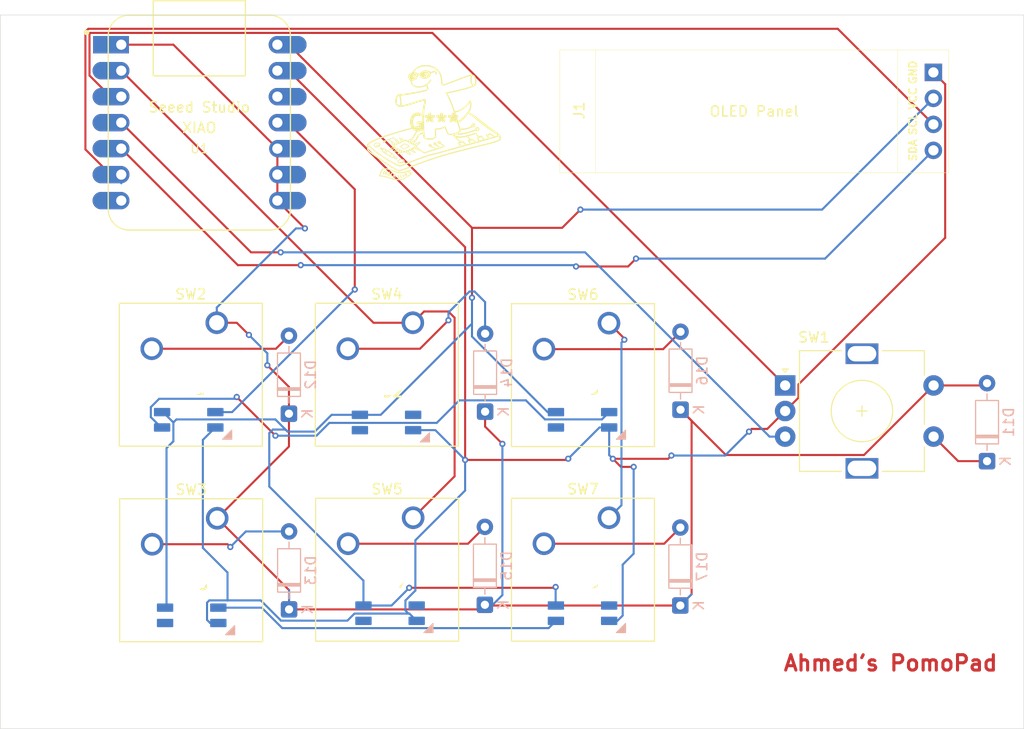
<source format=kicad_pcb>
(kicad_pcb (version 20241229) (generator "pcbnew") (generator_version "9.0")
  (layers (0 "F.Cu" signal) (2 "B.Cu" signal) (13 "F.Paste" user) (15 "B.Paste" user) (5 "F.SilkS" user "F.Silkscreen") (7 "B.SilkS" user "B.Silkscreen") (1 "F.Mask" user) (3 "B.Mask" user) (25 "Edge.Cuts" user))
  (net 0 "")
  (net 1 "GND")
  (net 2 "+5V")
  (net 3 "C0")
  (net 4 "Net-(D12-A)")
  (net 5 "B")
  (net 6 "A")
  (net 7 "C1")
  (net 8 "C2")
  (net 9 "SDA")
  (net 10 "SCL")
  (net 11 "C3")
  (net 13 "Net-(D11-K)")
  (net 14 "Net-(D13-A)")
  (net 15 "Net-(D14-A)")
  (net 16 "Net-(D15-A)")
  (net 17 "Net-(D16-A)")
  (net 18 "Net-(D17-A)")
  (net 19 "LED")
  (net 20 "Net-(D1-DOUT)")
  (net 21 "Net-(D2-DIN)")
  (net 22 "Net-(D2-DOUT)")
  (net 23 "Net-(D3-DOUT)")
  (net 24 "Net-(D4-DOUT)")
  (net 25 "Net-(D5-DOUT)")
  (net 26 "Net-(D6-DOUT)")
  (net 27 "Net-(D7-DOUT)")
  (net 28 "Net-(D10-DIN)")
  (footprint "Button_Switch_Keyboard:SW_Cherry_MX_1.00u_PCB" (layer "F.Cu") (at 98.52 163.92)
    (property "Reference" "SW7" (at -2.54 -2.794 0) (layer "F.SilkS"))
    (property "Value" "SW_Push")
    (pad "" np_thru_hole circle (at -7.62 5.08) (size 1.7 1.7) (drill 1.7) (layers "*.Cu" "*.Mask"))
    (pad "" np_thru_hole circle (at -2.54 5.08) (size 4 4) (drill 4) (layers "*.Cu" "*.Mask"))
    (pad "" np_thru_hole circle (at 2.54 5.08) (size 1.7 1.7) (drill 1.7) (layers "*.Cu" "*.Mask"))
    (pad "1" thru_hole circle (at 0 0) (size 2.2 2.2) (drill 1.5) (layers "*.Cu" "*.Mask") (net 8 "C2"))
    (pad "2" thru_hole circle (at -6.35 2.54) (size 2.2 2.2) (drill 1.5) (layers "*.Cu" "*.Mask") (net 18 "Net-(D17-A)"))
  )
  (footprint "footprints:SK6812MINI-E_fixed" (layer "F.Cu") (at 57.47 154.45)
    (property "Reference" "D1" (at 0.6 -3.1 0) (layer "F.SilkS") (effects (font (thickness 0.2) (bold yes))))
    (property "Value" "SK6812MINI-E")
    (pad "1" smd roundrect (at -2.599999 -0.852842 270) (size 0.82 1.6) (layers "B.Cu" "B.Mask" "B.Paste") (roundrect_rratio 0.1) (net 2 "+5V"))
    (pad "2" smd roundrect (at -2.599999 0.647158 270) (size 0.82 1.6) (layers "B.Cu" "B.Mask" "B.Paste") (roundrect_rratio 0.1) (net 20 "Net-(D1-DOUT)"))
    (pad "3" smd roundrect (at 2.600001 0.647158 270) (size 0.82 1.6) (layers "B.Cu" "B.Mask" "B.Paste") (roundrect_rratio 0.1) (net 1 "GND"))
    (pad "4" smd roundrect (at 2.600001 -0.852842 270) (size 0.82 1.6) (layers "B.Cu" "B.Mask" "B.Paste") (roundrect_rratio 0.1) (net 19 "LED"))
  )
  (footprint "footprints:SK6812MINI-E_fixed" (layer "F.Cu") (at 76.789999 154.712842)
    (property "Reference" "D2" (at 0.6 -3.1 0) (layer "F.SilkS") (effects (font (thickness 0.2) (bold yes))))
    (property "Value" "SK6812MINI-E")
    (pad "1" smd roundrect (at -2.599999 -0.852842 270) (size 0.82 1.6) (layers "B.Cu" "B.Mask" "B.Paste") (roundrect_rratio 0.1) (net 2 "+5V"))
    (pad "2" smd roundrect (at -2.599999 0.647158 270) (size 0.82 1.6) (layers "B.Cu" "B.Mask" "B.Paste") (roundrect_rratio 0.1) (net 22 "Net-(D2-DOUT)"))
    (pad "3" smd roundrect (at 2.600001 0.647158 270) (size 0.82 1.6) (layers "B.Cu" "B.Mask" "B.Paste") (roundrect_rratio 0.1) (net 1 "GND"))
    (pad "4" smd roundrect (at 2.600001 -0.852842 270) (size 0.82 1.6) (layers "B.Cu" "B.Mask" "B.Paste") (roundrect_rratio 0.1) (net 21 "Net-(D2-DIN)"))
  )
  (footprint "footprints:SK6812MINI-E_fixed" (layer "F.Cu") (at 57.759999 173.562842)
    (property "Reference" "D8" (at 0.6 -3.1 0) (layer "F.SilkS") (effects (font (thickness 0.2) (bold yes))))
    (property "Value" "SK6812MINI-E")
    (pad "1" smd roundrect (at -2.599999 -0.852842 270) (size 0.82 1.6) (layers "B.Cu" "B.Mask" "B.Paste") (roundrect_rratio 0.1) (net 2 "+5V"))
    (pad "2" smd roundrect (at -2.599999 0.647158 270) (size 0.82 1.6) (layers "B.Cu" "B.Mask" "B.Paste") (roundrect_rratio 0.1) (net 28 "Net-(D10-DIN)"))
    (pad "3" smd roundrect (at 2.600001 0.647158 270) (size 0.82 1.6) (layers "B.Cu" "B.Mask" "B.Paste") (roundrect_rratio 0.1) (net 1 "GND"))
    (pad "4" smd roundrect (at 2.600001 -0.852842 270) (size 0.82 1.6) (layers "B.Cu" "B.Mask" "B.Paste") (roundrect_rratio 0.1) (net 26 "Net-(D6-DOUT)"))
  )
  (footprint "Button_Switch_Keyboard:SW_Cherry_MX_1.00u_PCB" (layer "F.Cu") (at 98.52 144.9)
    (property "Reference" "SW6" (at -2.54 -2.794 0) (layer "F.SilkS"))
    (property "Value" "SW_Push")
    (pad "" np_thru_hole circle (at -7.62 5.08) (size 1.7 1.7) (drill 1.7) (layers "*.Cu" "*.Mask"))
    (pad "" np_thru_hole circle (at -2.54 5.08) (size 4 4) (drill 4) (layers "*.Cu" "*.Mask"))
    (pad "" np_thru_hole circle (at 2.54 5.08) (size 1.7 1.7) (drill 1.7) (layers "*.Cu" "*.Mask"))
    (pad "1" thru_hole circle (at 0 0) (size 2.2 2.2) (drill 1.5) (layers "*.Cu" "*.Mask") (net 8 "C2"))
    (pad "2" thru_hole circle (at -6.35 2.54) (size 2.2 2.2) (drill 1.5) (layers "*.Cu" "*.Mask") (net 17 "Net-(D16-A)"))
  )
  (footprint "Button_Switch_Keyboard:SW_Cherry_MX_1.00u_PCB" (layer "F.Cu") (at 79.39 163.92)
    (property "Reference" "SW5" (at -2.54 -2.794 0) (layer "F.SilkS"))
    (property "Value" "SW_Push")
    (pad "" np_thru_hole circle (at -7.62 5.08) (size 1.7 1.7) (drill 1.7) (layers "*.Cu" "*.Mask"))
    (pad "" np_thru_hole circle (at -2.54 5.08) (size 4 4) (drill 4) (layers "*.Cu" "*.Mask"))
    (pad "" np_thru_hole circle (at 2.54 5.08) (size 1.7 1.7) (drill 1.7) (layers "*.Cu" "*.Mask"))
    (pad "1" thru_hole circle (at 0 0) (size 2.2 2.2) (drill 1.5) (layers "*.Cu" "*.Mask") (net 7 "C1"))
    (pad "2" thru_hole circle (at -6.35 2.54) (size 2.2 2.2) (drill 1.5) (layers "*.Cu" "*.Mask") (net 16 "Net-(D15-A)"))
  )
  (footprint "Rotary_Encoder:RotaryEncoder_Alps_EC11E-Switch_Vertical_H20mm" (layer "F.Cu") (at 115.73 150.99)
    (property "Reference" "SW1" (at 2.8 -4.7 0) (layer "F.SilkS"))
    (property "Value" "RotaryEncoder_Switch")
    (pad "A" thru_hole rect (at 0 0) (size 2 2) (drill 1) (layers "*.Cu" "*.Mask") (net 6 "A"))
    (pad "B" thru_hole circle (at 0 5) (size 2 2) (drill 1) (layers "*.Cu" "*.Mask") (net 5 "B"))
    (pad "C" thru_hole circle (at 0 2.5) (size 2 2) (drill 1) (layers "*.Cu" "*.Mask") (net 1 "GND"))
    (pad "MP" thru_hole rect (at 7.5 -3.1) (size 3.2 2) (drill oval 2.8 1.5) (layers "*.Cu" "*.Mask"))
    (pad "MP" thru_hole rect (at 7.5 8.1) (size 3.2 2) (drill oval 2.8 1.5) (layers "*.Cu" "*.Mask"))
    (pad "S1" thru_hole circle (at 14.5 5) (size 2 2) (drill 1) (layers "*.Cu" "*.Mask") (net 13 "Net-(D11-K)"))
    (pad "S2" thru_hole circle (at 14.5 0) (size 2 2) (drill 1) (layers "*.Cu" "*.Mask") (net 3 "C0"))
  )
  (footprint "footprints:SK6812MINI-E_fixed" (layer "F.Cu") (at 77.137499 173.352842)
    (property "Reference" "D7" (at 0.6 -3.1 0) (layer "F.SilkS") (effects (font (thickness 0.2) (bold yes))))
    (property "Value" "SK6812MINI-E")
    (pad "1" smd roundrect (at -2.599999 -0.852842 270) (size 0.82 1.6) (layers "B.Cu" "B.Mask" "B.Paste") (roundrect_rratio 0.1) (net 2 "+5V"))
    (pad "2" smd roundrect (at -2.599999 0.647158 270) (size 0.82 1.6) (layers "B.Cu" "B.Mask" "B.Paste") (roundrect_rratio 0.1) (net 27 "Net-(D7-DOUT)"))
    (pad "3" smd roundrect (at 2.600001 0.647158 270) (size 0.82 1.6) (layers "B.Cu" "B.Mask" "B.Paste") (roundrect_rratio 0.1) (net 1 "GND"))
    (pad "4" smd roundrect (at 2.600001 -0.852842 270) (size 0.82 1.6) (layers "B.Cu" "B.Mask" "B.Paste") (roundrect_rratio 0.1) (net 25 "Net-(D5-DOUT)"))
  )
  (footprint "footprints:XIAO-Generic-Hybrid-14P-2.54-21X17.8MM" (layer "F.Cu") (at 58.505 125.3)
    (property "Reference" "U1" (at 0 2.54 0) (layer "F.SilkS") (effects (font (size 0.889 0.889) (thickness 0.1016))))
    (property "Value" "MOUDLE-SEEEDUINO-XIAO" (hide yes))
    (fp_text user "XIAO" (at 0 0.5 0) (layer "F.SilkS"))
    (fp_text user "Seeed Studio" (at 0 -1.5 0) (layer "F.SilkS"))
    (pad "1" thru_hole rect (at -7.625 -7.62) (size 3.5 1.7) (drill 1 (offset -1 0)) (layers "*.Cu" "*.Mask") (net 3 "C0"))
    (pad "2" thru_hole oval (at -7.625 -5.08) (size 3.6 1.7) (drill 1 (offset -1 0)) (layers "*.Cu" "*.Mask") (net 7 "C1"))
    (pad "3" thru_hole oval (at -7.625 -2.54) (size 3.6 1.7) (drill 1 (offset -1 0)) (layers "*.Cu" "*.Mask") (net 6 "A"))
    (pad "4" thru_hole oval (at -7.625 0) (size 3.6 1.7) (drill 1 (offset -1 0)) (layers "*.Cu" "*.Mask") (net 5 "B"))
    (pad "5" thru_hole oval (at -7.625 2.54) (size 3.6 1.7) (drill 1 (offset -1 0)) (layers "*.Cu" "*.Mask") (net 9 "SDA"))
    (pad "6" thru_hole oval (at -7.625 5.08 180) (size 3.6 1.7) (drill 1 (offset 1 0)) (layers "*.Cu" "*.Mask") (net 10 "SCL"))
    (pad "7" thru_hole oval (at -7.625 7.62) (size 3.6 1.7) (drill 1 (offset -1 0)) (layers "*.Cu" "*.Mask") (net 11 "C3"))
    (pad "8" thru_hole oval (at 7.625 7.62) (size 3.6 1.7) (drill 1 (offset 1 0)) (layers "*.Cu" "*.Mask") (net 3 "C0"))
    (pad "9" thru_hole oval (at 7.625 5.08) (size 3.6 1.7) (drill 1 (offset 1 0)) (layers "*.Cu" "*.Mask") (net 3 "C0"))
    (pad "10" thru_hole oval (at 7.625 2.54) (size 3.6 1.7) (drill 1 (offset 1 0)) (layers "*.Cu" "*.Mask") (net 3 "C0"))
    (pad "11" thru_hole oval (at 7.625 0) (size 3.7 1.7) (drill 1 (offset 1 0)) (layers "*.Cu" "*.Mask") (net 19 "LED"))
    (pad "12" thru_hole oval (at 7.625 -2.54) (size 3.7 1.7) (drill 1 (offset 1 0)) (layers "*.Cu" "*.Mask"))
    (pad "13" thru_hole oval (at 7.625 -5.08) (size 3.7 1.7) (drill 1 (offset 1 0)) (layers "*.Cu" "*.Mask") (net 1 "GND"))
    (pad "14" thru_hole oval (at 7.625 -7.62) (size 3.7 1.7) (drill 1 (offset 1 0)) (layers "*.Cu" "*.Mask") (net 2 "+5V"))
  )
  (footprint "Button_Switch_Keyboard:SW_Cherry_MX_1.00u_PCB" (layer "F.Cu") (at 60.25 163.97)
    (property "Reference" "SW3" (at -2.54 -2.794 0) (layer "F.SilkS"))
    (property "Value" "SW_Push")
    (pad "" np_thru_hole circle (at -7.62 5.08) (size 1.7 1.7) (drill 1.7) (layers "*.Cu" "*.Mask"))
    (pad "" np_thru_hole circle (at -2.54 5.08) (size 4 4) (drill 4) (layers "*.Cu" "*.Mask"))
    (pad "" np_thru_hole circle (at 2.54 5.08) (size 1.7 1.7) (drill 1.7) (layers "*.Cu" "*.Mask"))
    (pad "1" thru_hole circle (at 0 0) (size 2.2 2.2) (drill 1.5) (layers "*.Cu" "*.Mask") (net 3 "C0"))
    (pad "2" thru_hole circle (at -6.35 2.54) (size 2.2 2.2) (drill 1.5) (layers "*.Cu" "*.Mask") (net 14 "Net-(D13-A)"))
  )
  (footprint "footprints:SK6812MINI-E_fixed" (layer "F.Cu") (at 95.937499 173.352842)
    (property "Reference" "D6" (at 0.6 -3.1 0) (layer "F.SilkS") (effects (font (thickness 0.2) (bold yes))))
    (property "Value" "SK6812MINI-E")
    (pad "1" smd roundrect (at -2.599999 -0.852842 270) (size 0.82 1.6) (layers "B.Cu" "B.Mask" "B.Paste") (roundrect_rratio 0.1) (net 2 "+5V"))
    (pad "2" smd roundrect (at -2.599999 0.647158 270) (size 0.82 1.6) (layers "B.Cu" "B.Mask" "B.Paste") (roundrect_rratio 0.1) (net 26 "Net-(D6-DOUT)"))
    (pad "3" smd roundrect (at 2.600001 0.647158 270) (size 0.82 1.6) (layers "B.Cu" "B.Mask" "B.Paste") (roundrect_rratio 0.1) (net 1 "GND"))
    (pad "4" smd roundrect (at 2.600001 -0.852842 270) (size 0.82 1.6) (layers "B.Cu" "B.Mask" "B.Paste") (roundrect_rratio 0.1) (net 24 "Net-(D4-DOUT)"))
  )
  (footprint "Button_Switch_Keyboard:SW_Cherry_MX_1.00u_PCB" (layer "F.Cu") (at 79.36 144.86)
    (property "Reference" "SW4" (at -2.54 -2.794 0) (layer "F.SilkS"))
    (property "Value" "SW_Push")
    (pad "" np_thru_hole circle (at -7.62 5.08) (size 1.7 1.7) (drill 1.7) (layers "*.Cu" "*.Mask"))
    (pad "" np_thru_hole circle (at -2.54 5.08) (size 4 4) (drill 4) (layers "*.Cu" "*.Mask"))
    (pad "" np_thru_hole circle (at 2.54 5.08) (size 1.7 1.7) (drill 1.7) (layers "*.Cu" "*.Mask"))
    (pad "1" thru_hole circle (at 0 0) (size 2.2 2.2) (drill 1.5) (layers "*.Cu" "*.Mask") (net 7 "C1"))
    (pad "2" thru_hole circle (at -6.35 2.54) (size 2.2 2.2) (drill 1.5) (layers "*.Cu" "*.Mask") (net 15 "Net-(D14-A)"))
  )
  (footprint "footprints:SK6812MINI-E_fixed" (layer "F.Cu") (at 95.94 154.45)
    (property "Reference" "D3" (at 0.6 -3.1 0) (layer "F.SilkS") (effects (font (thickness 0.2) (bold yes))))
    (property "Value" "SK6812MINI-E")
    (pad "1" smd roundrect (at -2.599999 -0.852842 270) (size 0.82 1.6) (layers "B.Cu" "B.Mask" "B.Paste") (roundrect_rratio 0.1) (net 2 "+5V"))
    (pad "2" smd roundrect (at -2.599999 0.647158 270) (size 0.82 1.6) (layers "B.Cu" "B.Mask" "B.Paste") (roundrect_rratio 0.1) (net 23 "Net-(D3-DOUT)"))
    (pad "3" smd roundrect (at 2.600001 0.647158 270) (size 0.82 1.6) (layers "B.Cu" "B.Mask" "B.Paste") (roundrect_rratio 0.1) (net 1 "GND"))
    (pad "4" smd roundrect (at 2.600001 -0.852842 270) (size 0.82 1.6) (layers "B.Cu" "B.Mask" "B.Paste") (roundrect_rratio 0.1) (net 20 "Net-(D1-DOUT)"))
  )
  (footprint "skateboard:skateboard3" (layer "F.Cu") (at 81.41 125.3)
    (property "Reference" "G***" (at 0 0 0) (layer "F.SilkS") (effects (font (size 1.5 1.5) (thickness 0.3))))
    (property "Value" "LOGO" (hide yes))
  )
  (footprint "KiCad-SSD1306-0.91-OLED-4pin-128x32.pretty-master:SSD1306-0.91-OLED-4pin-128x32" (layer "F.Cu") (at 93.71 118.2)
    (property "Reference" "J1" (at 1.9 5.91 90) (layer "F.SilkS"))
    (property "Value" "OLED")
    (fp_text user "SCL" (at 34.5 7.27 270) (layer "F.SilkS") (effects (font (size 0.75 0.75))))
    (fp_text user "GND" (at 34.5 2.19 270) (layer "F.SilkS") (effects (font (size 0.75 0.75))))
    (fp_text user "SDA" (at 34.5 9.81 270) (layer "F.SilkS") (effects (font (size 0.75 0.75))))
    (fp_text user "OLED Panel" (at 19 6 0) (layer "F.SilkS"))
    (fp_text user "VCC" (at 34.5 4.73 270) (layer "F.SilkS") (effects (font (size 0.75 0.75))))
    (pad "1" thru_hole rect (at 36.5 2.19) (size 1.7 1.7) (drill 1) (layers "*.Cu" "*.Mask") (net 1 "GND"))
    (pad "2" thru_hole oval (at 36.5 4.73) (size 1.7 1.7) (drill 1) (layers "*.Cu" "*.Mask") (net 2 "+5V"))
    (pad "3" thru_hole oval (at 36.5 7.27) (size 1.7 1.7) (drill 1) (layers "*.Cu" "*.Mask") (net 10 "SCL"))
    (pad "4" thru_hole oval (at 36.5 9.81) (size 1.7 1.7) (drill 1) (layers "*.Cu" "*.Mask") (net 9 "SDA"))
  )
  (footprint "Button_Switch_Keyboard:SW_Cherry_MX_1.00u_PCB" (layer "F.Cu") (at 60.21 144.86)
    (property "Reference" "SW2" (at -2.54 -2.794 0) (layer "F.SilkS"))
    (property "Value" "SW_Push")
    (pad "" np_thru_hole circle (at -7.62 5.08) (size 1.7 1.7) (drill 1.7) (layers "*.Cu" "*.Mask"))
    (pad "" np_thru_hole circle (at -2.54 5.08) (size 4 4) (drill 4) (layers "*.Cu" "*.Mask"))
    (pad "" np_thru_hole circle (at 2.54 5.08) (size 1.7 1.7) (drill 1.7) (layers "*.Cu" "*.Mask"))
    (pad "1" thru_hole circle (at 0 0) (size 2.2 2.2) (drill 1.5) (layers "*.Cu" "*.Mask") (net 3 "C0"))
    (pad "2" thru_hole circle (at -6.35 2.54) (size 2.2 2.2) (drill 1.5) (layers "*.Cu" "*.Mask") (net 4 "Net-(D12-A)"))
  )
  (footprint "Diode_THT:D_DO-35_SOD27_P7.62mm_Horizontal" (layer "B.Cu") (at 67.26 153.75 90)
    (property "Reference" "D12" (at 3.81 2.12 90) (layer "B.SilkS") (effects (justify mirror)))
    (property "Value" "1N914")
    (fp_text user "K" (at 0 1.8 90) (layer "B.SilkS") (effects (justify mirror)))
    (pad "1" thru_hole roundrect (at 0 0 90) (size 1.6 1.6) (drill 0.8) (layers "*.Cu" "*.Mask") (roundrect_rratio 0.15625) (net 3 "C0"))
    (pad "2" thru_hole circle (at 7.62 0 90) (size 1.6 1.6) (drill 0.8) (layers "*.Cu" "*.Mask") (net 4 "Net-(D12-A)"))
  )
  (footprint "Diode_THT:D_DO-35_SOD27_P7.62mm_Horizontal" (layer "B.Cu") (at 86.4 172.43 90)
    (property "Reference" "D15" (at 3.81 2.12 90) (layer "B.SilkS") (effects (justify mirror)))
    (property "Value" "1N914")
    (fp_text user "K" (at 0 1.8 90) (layer "B.SilkS") (effects (justify mirror)))
    (pad "1" thru_hole roundrect (at 0 0 90) (size 1.6 1.6) (drill 0.8) (layers "*.Cu" "*.Mask") (roundrect_rratio 0.15625) (net 3 "C0"))
    (pad "2" thru_hole circle (at 7.62 0 90) (size 1.6 1.6) (drill 0.8) (layers "*.Cu" "*.Mask") (net 16 "Net-(D15-A)"))
  )
  (footprint "Diode_THT:D_DO-35_SOD27_P7.62mm_Horizontal" (layer "B.Cu") (at 105.49 172.5 90)
    (property "Reference" "D17" (at 3.81 2.12 90) (layer "B.SilkS") (effects (justify mirror)))
    (property "Value" "1N914")
    (fp_text user "K" (at 0 1.8 90) (layer "B.SilkS") (effects (justify mirror)))
    (pad "1" thru_hole roundrect (at 0 0 90) (size 1.6 1.6) (drill 0.8) (layers "*.Cu" "*.Mask") (roundrect_rratio 0.15625) (net 3 "C0"))
    (pad "2" thru_hole circle (at 7.62 0 90) (size 1.6 1.6) (drill 0.8) (layers "*.Cu" "*.Mask") (net 18 "Net-(D17-A)"))
  )
  (footprint "Diode_THT:D_DO-35_SOD27_P7.62mm_Horizontal" (layer "B.Cu") (at 105.51 153.36 90)
    (property "Reference" "D16" (at 3.81 2.12 90) (layer "B.SilkS") (effects (justify mirror)))
    (property "Value" "1N914")
    (fp_text user "K" (at 0 1.8 90) (layer "B.SilkS") (effects (justify mirror)))
    (pad "1" thru_hole roundrect (at 0 0 90) (size 1.6 1.6) (drill 0.8) (layers "*.Cu" "*.Mask") (roundrect_rratio 0.15625) (net 3 "C0"))
    (pad "2" thru_hole circle (at 7.62 0 90) (size 1.6 1.6) (drill 0.8) (layers "*.Cu" "*.Mask") (net 17 "Net-(D16-A)"))
  )
  (footprint "Diode_THT:D_DO-35_SOD27_P7.62mm_Horizontal" (layer "B.Cu") (at 86.42 153.55 90)
    (property "Reference" "D14" (at 3.81 2.12 90) (layer "B.SilkS") (effects (justify mirror)))
    (property "Value" "1N914")
    (fp_text user "K" (at 0 1.8 90) (layer "B.SilkS") (effects (justify mirror)))
    (pad "1" thru_hole roundrect (at 0 0 90) (size 1.6 1.6) (drill 0.8) (layers "*.Cu" "*.Mask") (roundrect_rratio 0.15625) (net 3 "C0"))
    (pad "2" thru_hole circle (at 7.62 0 90) (size 1.6 1.6) (drill 0.8) (layers "*.Cu" "*.Mask") (net 15 "Net-(D14-A)"))
  )
  (footprint "Diode_THT:D_DO-35_SOD27_P7.62mm_Horizontal" (layer "B.Cu") (at 67.27 172.88 90)
    (property "Reference" "D13" (at 3.81 2.12 90) (layer "B.SilkS") (effects (justify mirror)))
    (property "Value" "1N914")
    (fp_text user "K" (at 0 1.8 90) (layer "B.SilkS") (effects (justify mirror)))
    (pad "1" thru_hole roundrect (at 0 0 90) (size 1.6 1.6) (drill 0.8) (layers "*.Cu" "*.Mask") (roundrect_rratio 0.15625) (net 3 "C0"))
    (pad "2" thru_hole circle (at 7.62 0 90) (size 1.6 1.6) (drill 0.8) (layers "*.Cu" "*.Mask") (net 14 "Net-(D13-A)"))
  )
  (footprint "Diode_THT:D_DO-35_SOD27_P7.62mm_Horizontal" (layer "B.Cu") (at 135.45 158.39 90)
    (property "Reference" "D11" (at 3.81 2.12 90) (layer "B.SilkS") (effects (justify mirror)))
    (property "Value" "1N914")
    (fp_text user "K" (at 0 1.8 90) (layer "B.SilkS") (effects (justify mirror)))
    (pad "1" thru_hole roundrect (at 0 0 90) (size 1.6 1.6) (drill 0.8) (layers "*.Cu" "*.Mask") (roundrect_rratio 0.15625) (net 13 "Net-(D11-K)"))
    (pad "2" thru_hole circle (at 7.62 0 90) (size 1.6 1.6) (drill 0.8) (layers "*.Cu" "*.Mask") (net 3 "C0"))
  )
  (gr_rect (start 39.06 114.78) (end 139.04 184.54) (stroke (width 0.05)) (fill no) (layer "Edge.Cuts"))
  (gr_text "Ahmed's PomoPad\n" (at 115.44 179.01 0) (layer "F.Cu") (effects (font (size 1.5 1.5) (thickness 0.3) (bold yes)) (justify left bottom)))
  (segment (start 112.46 155.24) (end 113.98 155.24) (width 0.2) (layer "F.Cu") (net 1))
  (segment (start 84.47 158.27) (end 94.42 158.27) (width 0.2) (layer "F.Cu") (net 1))
  (segment (start 131.361 136.557) (end 117.031 150.887) (width 0.2) (layer "F.Cu") (net 1))
  (segment (start 94.42 158.27) (end 94.54 158.15) (width 0.2) (layer "F.Cu") (net 1))
  (segment (start 112.2 155.5) (end 112.46 155.24) (width 0.2) (layer "F.Cu") (net 1))
  (segment (start 99.69 158.95) (end 98.9 158.16) (width 0.2) (layer "F.Cu") (net 1))
  (segment (start 130.21 120.39) (end 131.361 121.541) (width 0.2) (layer "F.Cu") (net 1))
  (segment (start 100.93 158.95) (end 99.69 158.95) (width 0.2) (layer "F.Cu") (net 1))
  (segment (start 131.361 121.541) (end 131.361 136.557) (width 0.2) (layer "F.Cu") (net 1))
  (segment (start 84.47 137.47224) (end 84.47 158.27) (width 0.2) (layer "F.Cu") (net 1))
  (segment (start 67.21776 120.22) (end 84.47 137.47224) (width 0.2) (layer "F.Cu") (net 1))
  (segment (start 98.9 158.16) (end 104.3 158.16) (width 0.2) (layer "F.Cu") (net 1))
  (segment (start 104.3 158.16) (end 104.62 157.84) (width 0.2) (layer "F.Cu") (net 1))
  (segment (start 117.031 150.887) (end 117.031 152.189) (width 0.2) (layer "F.Cu") (net 1))
  (segment (start 117.031 152.189) (end 115.73 153.49) (width 0.2) (layer "F.Cu") (net 1))
  (segment (start 66.13 120.22) (end 67.21776 120.22) (width 0.2) (layer "F.Cu") (net 1))
  (segment (start 113.98 155.24) (end 115.73 153.49) (width 0.2) (layer "F.Cu") (net 1))
  (via (at 94.54 158.15) (size 0.6) (drill 0.3) (layers "F.Cu" "B.Cu") (net 1))
  (via (at 112.2 155.5) (size 0.6) (drill 0.3) (layers "F.Cu" "B.Cu") (net 1))
  (via (at 104.62 157.84) (size 0.6) (drill 0.3) (layers "F.Cu" "B.Cu") (net 1))
  (via (at 84.47 158.27) (size 0.6) (drill 0.3) (layers "F.Cu" "B.Cu") (net 1))
  (via (at 98.9 158.16) (size 0.6) (drill 0.3) (layers "F.Cu" "B.Cu") (net 1))
  (via (at 100.93 158.95) (size 0.6) (drill 0.3) (layers "F.Cu" "B.Cu") (net 1))
  (segment (start 84.47 161.261314) (end 84.47 158.27) (width 0.2) (layer "B.Cu") (net 1))
  (segment (start 60.36 174.21) (end 59.56 174.21) (width 0.2) (layer "B.Cu") (net 1))
  (segment (start 98.5375 174) (end 99.3375 174) (width 0.2) (layer "B.Cu") (net 1))
  (segment (start 64.50284 171.999) (end 66.48484 173.981) (width 0.2) (layer "B.Cu") (net 1))
  (segment (start 99.859 168.50253) (end 100.93 167.43153) (width 0.2) (layer "B.Cu") (net 1))
  (segment (start 81.56 155.36) (end 79.39 155.36) (width 0.2) (layer "B.Cu") (net 1))
  (segment (start 61.26 171.999) (end 64.50284 171.999) (width 0.2) (layer "B.Cu") (net 1))
  (segment (start 98.540001 157.800001) (end 98.9 158.16) (width 0.2) (layer "B.Cu") (net 1))
  (segment (start 72.966586 173.981) (end 73.658586 173.289) (width 0.2) (layer "B.Cu") (net 1))
  (segment (start 59.259 172.221086) (end 59.481086 171.999) (width 0.2) (layer "B.Cu") (net 1))
  (segment (start 61.26 169.275184) (end 61.26 171.999) (width 0.2) (layer "B.Cu") (net 1))
  (segment (start 58.849 156.318159) (end 58.849 166.864184) (width 0.2) (layer "B.Cu") (net 1))
  (segment (start 100.93 167.43153) (end 100.93 158.95) (width 0.2) (layer "B.Cu") (net 1))
  (segment (start 66.48484 173.981) (end 72.966586 173.981) (width 0.2) (layer "B.Cu") (net 1))
  (segment (start 73.658586 173.289) (end 79.0265 173.289) (width 0.2) (layer "B.Cu") (net 1))
  (segment (start 60.392842 155.097158) (end 60.070001 155.097158) (width 0.2) (layer "B.Cu") (net 1))
  (segment (start 58.849 166.864184) (end 61.26 169.275184) (width 0.2) (layer "B.Cu") (net 1))
  (segment (start 79.0265 173.289) (end 78.936586 173.289) (width 0.2) (layer "B.Cu") (net 1))
  (segment (start 78.936586 173.289) (end 78.6365 172.988914) (width 0.2) (layer "B.Cu") (net 1))
  (segment (start 59.259 173.909) (end 59.259 172.221086) (width 0.2) (layer "B.Cu") (net 1))
  (segment (start 59.481086 171.999) (end 61.26 171.999) (width 0.2) (layer "B.Cu") (net 1))
  (segment (start 60.070001 155.097158) (end 58.849 156.318159) (width 0.2) (layer "B.Cu") (net 1))
  (segment (start 79.61 166.121314) (end 84.47 161.261314) (width 0.2) (layer "B.Cu") (net 1))
  (segment (start 109.86 157.84) (end 112.2 155.5) (width 0.2) (layer "B.Cu") (net 1))
  (segment (start 78.6365 172.011086) (end 79.61 171.037586) (width 0.2) (layer "B.Cu") (net 1))
  (segment (start 79.0265 173.289) (end 79.7375 174) (width 0.2) (layer "B.Cu") (net 1))
  (segment (start 78.6365 172.988914) (end 78.6365 172.011086) (width 0.2) (layer "B.Cu") (net 1))
  (segment (start 97.592842 155.097158) (end 98.540001 155.097158) (width 0.2) (layer "B.Cu") (net 1))
  (segment (start 104.62 157.84) (end 109.86 157.84) (width 0.2) (layer "B.Cu") (net 1))
  (segment (start 84.47 158.27) (end 81.56 155.36) (width 0.2) (layer "B.Cu") (net 1))
  (segment (start 99.859 173.4785) (end 99.859 168.50253) (width 0.2) (layer "B.Cu") (net 1))
  (segment (start 59.56 174.21) (end 59.259 173.909) (width 0.2) (layer "B.Cu") (net 1))
  (segment (start 98.540001 155.097158) (end 98.540001 157.800001) (width 0.2) (layer "B.Cu") (net 1))
  (segment (start 94.54 158.15) (end 97.592842 155.097158) (width 0.2) (layer "B.Cu") (net 1))
  (segment (start 79.61 171.037586) (end 79.61 166.121314) (width 0.2) (layer "B.Cu") (net 1))
  (segment (start 99.3375 174) (end 99.859 173.4785) (width 0.2) (layer "B.Cu") (net 1))
  (segment (start 66.13 117.68) (end 67.24 117.68) (width 0.2) (layer "F.Cu") (net 2))
  (segment (start 93.95 135.58) (end 95.73 133.8) (width 0.2) (layer "F.Cu") (net 2))
  (segment (start 79.01 170.77) (end 93.23 170.77) (width 0.2) (layer "F.Cu") (net 2))
  (segment (start 85.14 135.58) (end 93.95 135.58) (width 0.2) (layer "F.Cu") (net 2))
  (segment (start 67.24 117.68) (end 85.14 135.58) (width 0.2) (layer "F.Cu") (net 2))
  (segment (start 93.23 170.77) (end 93.31 170.69) (width 0.2) (layer "F.Cu") (net 2))
  (segment (start 85.14 135.58) (end 85.14 142.41) (width 0.2) (layer "F.Cu") (net 2))
  (via (at 93.31 170.69) (size 0.6) (drill 0.3) (layers "F.Cu" "B.Cu") (net 2))
  (via (at 85.14 142.41) (size 0.6) (drill 0.3) (layers "F.Cu" "B.Cu") (net 2))
  (via (at 79.01 170.77) (size 0.6) (drill 0.3) (layers "F.Cu" "B.Cu") (net 2))
  (via (at 95.73 133.8) (size 0.6) (drill 0.3) (layers "F.Cu" "B.Cu") (net 2))
  (segment (start 56.269245 154.31) (end 65.93384 154.31) (width 0.2) (layer "B.Cu") (net 2))
  (segment (start 55.16 172.71) (end 55.301 172.569) (width 0.2) (layer "B.Cu") (net 2))
  (segment (start 76.224816 153.86) (end 74.19 153.86) (width 0.2) (layer "B.Cu") (net 2))
  (segment (start 65.93384 154.31) (end 67.12284 155.499) (width 0.2) (layer "B.Cu") (net 2))
  (segment (start 55.971001 156.44807) (end 55.971001 154.608244) (width 0.2) (layer "B.Cu") (net 2))
  (segment (start 71.4229 153.86) (end 74.19 153.86) (width 0.2) (layer "B.Cu") (net 2))
  (segment (start 85.14 146.21) (end 92.527158 153.597158) (width 0.2) (layer "B.Cu") (net 2))
  (segment (start 65.691057 155.299) (end 66.92284 155.299) (width 0.2) (layer "B.Cu") (net 2))
  (segment (start 54.959915 153.597158) (end 54.870001 153.597158) (width 0.2) (layer "B.Cu") (net 2))
  (segment (start 65.339 155.651057) (end 65.691057 155.299) (width 0.2) (layer "B.Cu") (net 2))
  (segment (start 66.92284 155.299) (end 67.01692 155.39308) (width 0.2) (layer "B.Cu") (net 2))
  (segment (start 74.5375 172.5) (end 74.5375 170.06903) (width 0.2) (layer "B.Cu") (net 2))
  (segment (start 67.12284 155.499) (end 69.7839 155.499) (width 0.2) (layer "B.Cu") (net 2))
  (segment (start 55.301 157.118071) (end 55.971001 156.44807) (width 0.2) (layer "B.Cu") (net 2))
  (segment (start 55.301 172.569) (end 55.301 157.118071) (width 0.2) (layer "B.Cu") (net 2))
  (segment (start 85.14 144.944816) (end 85.14 146.21) (width 0.2) (layer "B.Cu") (net 2))
  (segment (start 69.7839 155.499) (end 71.4229 153.86) (width 0.2) (layer "B.Cu") (net 2))
  (segment (start 55.971001 154.608244) (end 54.959915 153.597158) (width 0.2) (layer "B.Cu") (net 2))
  (segment (start 74.5375 172.5) (end 77.28 172.5) (width 0.2) (layer "B.Cu") (net 2))
  (segment (start 65.339 160.87053) (end 65.339 155.651057) (width 0.2) (layer "B.Cu") (net 2))
  (segment (start 77.28 172.5) (end 79.01 170.77) (width 0.2) (layer "B.Cu") (net 2))
  (segment (start 74.5375 170.06903) (end 65.339 160.87053) (width 0.2) (layer "B.Cu") (net 2))
  (segment (start 85.14 142.41) (end 85.14 144.944816) (width 0.2) (layer "B.Cu") (net 2))
  (segment (start 119.34 133.8) (end 130.21 122.93) (width 0.2) (layer "B.Cu") (net 2))
  (segment (start 92.527158 153.597158) (end 93.340001 153.597158) (width 0.2) (layer "B.Cu") (net 2))
  (segment (start 55.971001 154.608244) (end 56.269245 154.31) (width 0.2) (layer "B.Cu") (net 2))
  (segment (start 93.31 172.4725) (end 93.3375 172.5) (width 0.2) (layer "B.Cu") (net 2))
  (segment (start 93.31 170.69) (end 93.31 172.4725) (width 0.2) (layer "B.Cu") (net 2))
  (segment (start 85.14 144.944816) (end 76.224816 153.86) (width 0.2) (layer "B.Cu") (net 2))
  (segment (start 95.73 133.8) (end 119.34 133.8) (width 0.2) (layer "B.Cu") (net 2))
  (segment (start 66.13 132.92) (end 66.13 132.95) (width 0.2) (layer "F.Cu") (net 3))
  (segment (start 106.591 154.441) (end 106.591 171.399) (width 0.2) (layer "F.Cu") (net 3))
  (segment (start 86.47 172.5) (end 86.4 172.43) (width 0.2) (layer "F.Cu") (net 3))
  (segment (start 65.15 149.02) (end 67.26 151.13) (width 0.2) (layer "F.Cu") (net 3))
  (segment (start 67.27 172.88) (end 85.95 172.88) (width 0.2) (layer "F.Cu") (net 3))
  (segment (start 106.591 171.399) (end 105.49 172.5) (width 0.2) (layer "F.Cu") (net 3))
  (segment (start 86.42 155.01) (end 88.11 156.7) (width 0.2) (layer "F.Cu") (net 3))
  (segment (start 85.95 172.88) (end 86.4 172.43) (width 0.2) (layer "F.Cu") (net 3))
  (segment (start 130.23 150.99) (end 135.23 150.99) (width 0.2) (layer "F.Cu") (net 3))
  (segment (start 60.25 163.97) (end 67.26 156.96) (width 0.2) (layer "F.Cu") (net 3))
  (segment (start 66.13 132.92) (end 66.13 127.84) (width 0.2) (layer "F.Cu") (net 3))
  (segment (start 109.939 157.789) (end 105.51 153.36) (width 0.2) (layer "F.Cu") (net 3))
  (segment (start 55.97 117.68) (end 66.13 127.84) (width 0.2) (layer "F.Cu") (net 3))
  (segment (start 135.23 150.99) (end 135.45 150.77) (width 0.2) (layer "F.Cu") (net 3))
  (segment (start 130.23 150.99) (end 123.431 157.789) (width 0.2) (layer "F.Cu") (net 3))
  (segment (start 67.26 151.13) (end 67.26 153.75) (width 0.2) (layer "F.Cu") (net 3))
  (segment (start 66.13 132.95) (end 68.82 135.64) (width 0.2) (layer "F.Cu") (net 3))
  (segment (start 86.42 153.55) (end 86.42 155.01) (width 0.2) (layer "F.Cu") (net 3))
  (segment (start 60.25 163.97) (end 67.27 170.99) (width 0.2) (layer "F.Cu") (net 3))
  (segment (start 105.49 172.5) (end 86.47 172.5) (width 0.2) (layer "F.Cu") (net 3))
  (segment (start 67.26 156.96) (end 67.26 153.75) (width 0.2) (layer "F.Cu") (net 3))
  (segment (start 105.51 153.36) (end 106.591 154.441) (width 0.2) (layer "F.Cu") (net 3))
  (segment (start 123.431 157.789) (end 109.939 157.789) (width 0.2) (layer "F.Cu") (net 3))
  (segment (start 62.16 144.86) (end 63.35 146.05) (width 0.2) (layer "F.Cu") (net 3))
  (segment (start 50.88 117.68) (end 55.97 117.68) (width 0.2) (layer "F.Cu") (net 3))
  (segment (start 60.21 144.86) (end 62.16 144.86) (width 0.2) (layer "F.Cu") (net 3))
  (segment (start 67.27 170.99) (end 67.27 172.88) (width 0.2) (layer "F.Cu") (net 3))
  (via (at 63.35 146.05) (size 0.6) (drill 0.3) (layers "F.Cu" "B.Cu") (net 3))
  (via (at 88.11 156.7) (size 0.6) (drill 0.3) (layers "F.Cu" "B.Cu") (net 3))
  (via (at 65.15 149.02) (size 0.6) (drill 0.3) (layers "F.Cu" "B.Cu") (net 3))
  (via (at 68.82 135.64) (size 0.6) (drill 0.3) (layers "F.Cu" "B.Cu") (net 3))
  (segment (start 60.21 143.370057) (end 60.21 144.86) (width 0.2) (layer "B.Cu") (net 3))
  (segment (start 88.11 171.48) (end 87.16 172.43) (width 0.2) (layer "B.Cu") (net 3))
  (segment (start 87.16 172.43) (end 86.4 172.43) (width 0.2) (layer "B.Cu") (net 3))
  (segment (start 67.27 172.88) (end 67.27 170.99) (width 0.2) (layer "B.Cu") (net 3))
  (segment (start 67.940057 135.64) (end 60.21 143.370057) (width 0.2) (layer "B.Cu") (net 3))
  (segment (start 85.95 172.88) (end 86.4 172.43) (width 0.2) (layer "B.Cu") (net 3))
  (segment (start 105.49 172.5) (end 106.591 171.399) (width 0.2) (layer "B.Cu") (net 3))
  (segment (start 63.35 146.05) (end 65.15 147.85) (width 0.2) (layer "B.Cu") (net 3))
  (segment (start 65.15 147.85) (end 65.15 149.02) (width 0.2) (layer "B.Cu") (net 3))
  (segment (start 68.82 135.64) (end 67.940057 135.64) (width 0.2) (layer "B.Cu") (net 3))
  (segment (start 65.81 133.24) (end 66.13 132.92) (width 0.2) (layer "B.Cu") (net 3))
  (segment (start 88.11 156.7) (end 88.11 171.48) (width 0.2) (layer "B.Cu") (net 3))
  (segment (start 86.47 172.5) (end 86.4 172.43) (width 0.2) (layer "B.Cu") (net 3))
  (segment (start 65.99 147.4) (end 67.26 146.13) (width 0.2) (layer "F.Cu") (net 4))
  (segment (start 53.86 147.4) (end 65.99 147.4) (width 0.2) (layer "F.Cu") (net 4))
  (segment (start 63.56 137.98) (end 66.45 137.98) (width 0.2) (layer "F.Cu") (net 5))
  (segment (start 50.88 125.3) (end 63.56 137.98) (width 0.2) (layer "F.Cu") (net 5))
  (via (at 66.45 137.98) (size 0.6) (drill 0.3) (layers "F.Cu" "B.Cu") (net 5))
  (segment (start 96.19295 137.98) (end 114.20295 155.99) (width 0.2) (layer "B.Cu") (net 5))
  (segment (start 114.20295 155.99) (end 115.73 155.99) (width 0.2) (layer "B.Cu") (net 5))
  (segment (start 66.45 137.98) (end 96.19295 137.98) (width 0.2) (layer "B.Cu") (net 5))
  (segment (start 47.779 116.579) (end 47.829 116.529) (width 0.2) (layer "F.Cu") (net 6))
  (segment (start 81.269 116.529) (end 115.73 150.99) (width 0.2) (layer "F.Cu") (net 6))
  (segment (start 47.779 120.69676) (end 47.779 116.579) (width 0.2) (layer "F.Cu") (net 6))
  (segment (start 47.829 116.529) (end 81.269 116.529) (width 0.2) (layer "F.Cu") (net 6))
  (segment (start 50.88 122.76) (end 49.84224 122.76) (width 0.2) (layer "F.Cu") (net 6))
  (segment (start 49.84224 122.76) (end 47.779 120.69676) (width 0.2) (layer "F.Cu") (net 6))
  (segment (start 50.88 120.22) (end 75.52 144.86) (width 0.2) (layer "F.Cu") (net 7))
  (segment (start 83.441 144.371057) (end 83.441 159.869) (width 0.2) (layer "F.Cu") (net 7))
  (segment (start 80.459999 143.760001) (end 82.829944 143.760001) (width 0.2) (layer "F.Cu") (net 7))
  (segment (start 75.52 144.86) (end 79.36 144.86) (width 0.2) (layer "F.Cu") (net 7))
  (segment (start 82.829944 143.760001) (end 83.441 144.371057) (width 0.2) (layer "F.Cu") (net 7))
  (segment (start 83.441 159.869) (end 79.39 163.92) (width 0.2) (layer "F.Cu") (net 7))
  (segment (start 79.36 144.86) (end 80.459999 143.760001) (width 0.2) (layer "F.Cu") (net 7))
  (segment (start 79.39 144.89) (end 79.36 144.86) (width 0.2) (layer "B.Cu") (net 7))
  (segment (start 100.02 146.4) (end 100.02 146.52) (width 0.2) (layer "F.Cu") (net 8))
  (segment (start 98.52 144.9) (end 100.02 146.4) (width 0.2) (layer "F.Cu") (net 8))
  (via (at 100.02 146.52) (size 0.6) (drill 0.3) (layers "F.Cu" "B.Cu") (net 8))
  (segment (start 99.741001 162.698999) (end 98.52 163.92) (width 0.2) (layer "B.Cu") (net 8))
  (segment (start 99.741001 146.798999) (end 99.741001 162.698999) (width 0.2) (layer "B.Cu") (net 8))
  (segment (start 100.02 146.52) (end 99.741001 146.798999) (width 0.2) (layer "B.Cu") (net 8))
  (segment (start 100.39 139.36) (end 101.16 138.59) (width 0.2) (layer "F.Cu") (net 9))
  (segment (start 95.3 139.36) (end 100.39 139.36) (width 0.2) (layer "F.Cu") (net 9))
  (segment (start 50.88 127.84) (end 62.27 139.23) (width 0.2) (layer "F.Cu") (net 9))
  (segment (start 62.27 139.23) (end 68.41 139.23) (width 0.2) (layer "F.Cu") (net 9))
  (via (at 101.16 138.59) (size 0.6) (drill 0.3) (layers "F.Cu" "B.Cu") (net 9))
  (via (at 95.3 139.36) (size 0.6) (drill 0.3) (layers "F.Cu" "B.Cu") (net 9))
  (via (at 68.41 139.23) (size 0.6) (drill 0.3) (layers "F.Cu" "B.Cu") (net 9))
  (segment (start 95.17 139.23) (end 95.3 139.36) (width 0.2) (layer "B.Cu") (net 9))
  (segment (start 101.16 138.59) (end 119.63 138.59) (width 0.2) (layer "B.Cu") (net 9))
  (segment (start 119.63 138.59) (end 130.21 128.01) (width 0.2) (layer "B.Cu") (net 9))
  (segment (start 68.41 139.23) (end 95.17 139.23) (width 0.2) (layer "B.Cu") (net 9))
  (segment (start 50.88 130.38) (end 49.84224 130.38) (width 0.2) (layer "F.Cu") (net 10))
  (segment (start 49.84224 130.38) (end 47.378 127.91576) (width 0.2) (layer "F.Cu") (net 10))
  (segment (start 47.378 116.4129) (end 47.6629 116.128) (width 0.2) (layer "F.Cu") (net 10))
  (segment (start 47.378 127.91576) (end 47.378 116.4129) (width 0.2) (layer "F.Cu") (net 10))
  (segment (start 47.6629 116.128) (end 120.868 116.128) (width 0.2) (layer "F.Cu") (net 10))
  (segment (start 120.868 116.128) (end 130.21 125.47) (width 0.2) (layer "F.Cu") (net 10))
  (segment (start 50.88 131.23) (end 50.88 130.38) (width 0.2) (layer "B.Cu") (net 10))
  (segment (start 132.63 158.39) (end 135.45 158.39) (width 0.2) (layer "F.Cu") (net 13))
  (segment (start 130.23 155.99) (end 132.63 158.39) (width 0.2) (layer "F.Cu") (net 13))
  (segment (start 61.26 166.51) (end 61.53 166.78) (width 0.2) (layer "F.Cu") (net 14))
  (segment (start 53.9 166.51) (end 61.26 166.51) (width 0.2) (layer "F.Cu") (net 14))
  (via (at 61.53 166.78) (size 0.6) (drill 0.3) (layers "F.Cu" "B.Cu") (net 14))
  (segment (start 61.53 166.78) (end 63.05 165.26) (width 0.2) (layer "B.Cu") (net 14))
  (segment (start 63.05 165.26) (end 67.27 165.26) (width 0.2) (layer "B.Cu") (net 14))
  (segment (start 80.06 147.4) (end 82.84 144.62) (width 0.2) (layer "F.Cu") (net 15))
  (segment (start 73.01 147.4) (end 80.06 147.4) (width 0.2) (layer "F.Cu") (net 15))
  (via (at 82.84 144.62) (size 0.6) (drill 0.3) (layers "F.Cu" "B.Cu") (net 15))
  (segment (start 84.891057 141.809) (end 85.388943 141.809) (width 0.2) (layer "B.Cu") (net 15))
  (segment (start 82.84 143.860057) (end 84.891057 141.809) (width 0.2) (layer "B.Cu") (net 15))
  (segment (start 85.388943 141.809) (end 86.42 142.840057) (width 0.2) (layer "B.Cu") (net 15))
  (segment (start 82.84 144.62) (end 82.84 143.860057) (width 0.2) (layer "B.Cu") (net 15))
  (segment (start 86.42 142.840057) (end 86.42 145.93) (width 0.2) (layer "B.Cu") (net 15))
  (segment (start 73.04 166.46) (end 84.75 166.46) (width 0.2) (layer "F.Cu") (net 16))
  (segment (start 84.75 166.46) (end 86.4 164.81) (width 0.2) (layer "F.Cu") (net 16))
  (segment (start 92.17 147.44) (end 103.81 147.44) (width 0.2) (layer "F.Cu") (net 17))
  (segment (start 103.81 147.44) (end 105.51 145.74) (width 0.2) (layer "F.Cu") (net 17))
  (segment (start 92.17 166.46) (end 103.91 166.46) (width 0.2) (layer "F.Cu") (net 18))
  (segment (start 103.91 166.46) (end 105.49 164.88) (width 0.2) (layer "F.Cu") (net 18))
  (segment (start 73.69 131.82224) (end 73.69 141.61) (width 0.2) (layer "F.Cu") (net 19))
  (segment (start 66.13 125.3) (end 68.29 125.3) (width 0.2) (layer "F.Cu") (net 19))
  (segment (start 66.13 125.3) (end 67.16776 125.3) (width 0.2) (layer "F.Cu") (net 19))
  (segment (start 67.16776 125.3) (end 73.69 131.82224) (width 0.2) (layer "F.Cu") (net 19))
  (via (at 73.69 141.61) (size 0.6) (drill 0.3) (layers "F.Cu" "B.Cu") (net 19))
  (segment (start 73.69 141.61) (end 61.702842 153.597158) (width 0.2) (layer "B.Cu") (net 19))
  (segment (start 61.702842 153.597158) (end 60.070001 153.597158) (width 0.2) (layer "B.Cu") (net 19))
  (segment (start 62.16 152.12) (end 65.94 155.9) (width 0.2) (layer "F.Cu") (net 20))
  (via (at 65.94 155.9) (size 0.6) (drill 0.3) (layers "F.Cu" "B.Cu") (net 20))
  (via (at 62.16 152.12) (size 0.6) (drill 0.3) (layers "F.Cu" "B.Cu") (net 20))
  (segment (start 53.769001 153.108244) (end 54.586245 152.291) (width 0.2) (layer "B.Cu") (net 20))
  (segment (start 54.586245 152.291) (end 61.989 152.291) (width 0.2) (layer "B.Cu") (net 20))
  (segment (start 65.94 155.9) (end 69.95 155.9) (width 0.2) (layer "B.Cu") (net 20))
  (segment (start 81.698943 154.649) (end 83.898943 152.449) (width 0.2) (layer "B.Cu") (net 20))
  (segment (start 97.829001 154.308158) (end 98.540001 153.597158) (width 0.2) (layer "B.Cu") (net 20))
  (segment (start 90.409001 152.449) (end 92.268159 154.308158) (width 0.2) (layer "B.Cu") (net 20))
  (segment (start 54.780087 155.097158) (end 53.769001 154.086072) (width 0.2) (layer "B.Cu") (net 20))
  (segment (start 71.201 154.649) (end 81.698943 154.649) (width 0.2) (layer "B.Cu") (net 20))
  (segment (start 54.870001 155.097158) (end 54.780087 155.097158) (width 0.2) (layer "B.Cu") (net 20))
  (segment (start 83.898943 152.449) (end 90.409001 152.449) (width 0.2) (layer "B.Cu") (net 20))
  (segment (start 61.989 152.291) (end 62.16 152.12) (width 0.2) (layer "B.Cu") (net 20))
  (segment (start 53.769001 154.086072) (end 53.769001 153.108244) (width 0.2) (layer "B.Cu") (net 20))
  (segment (start 92.268159 154.308158) (end 97.829001 154.308158) (width 0.2) (layer "B.Cu") (net 20))
  (segment (start 69.95 155.9) (end 71.201 154.649) (width 0.2) (layer "B.Cu") (net 20))
  (segment (start 79.88 153.86) (end 79.791 153.86) (width 0.2) (layer "B.Cu") (net 21))
  (segment (start 74.279914 155.36) (end 74.19 155.36) (width 0.2) (layer "B.Cu") (net 22))
  (segment (start 66.603 174.711) (end 92.6265 174.711) (width 0.2) (layer "B.Cu") (net 26))
  (segment (start 60.36 172.71) (end 64.602 172.71) (width 0.2) (layer "B.Cu") (net 26))
  (segment (start 92.6265 174.711) (end 93.3375 174) (width 0.2) (layer "B.Cu") (net 26))
  (segment (start 64.602 172.71) (end 66.603 174.711) (width 0.2) (layer "B.Cu") (net 26))
)
</source>
